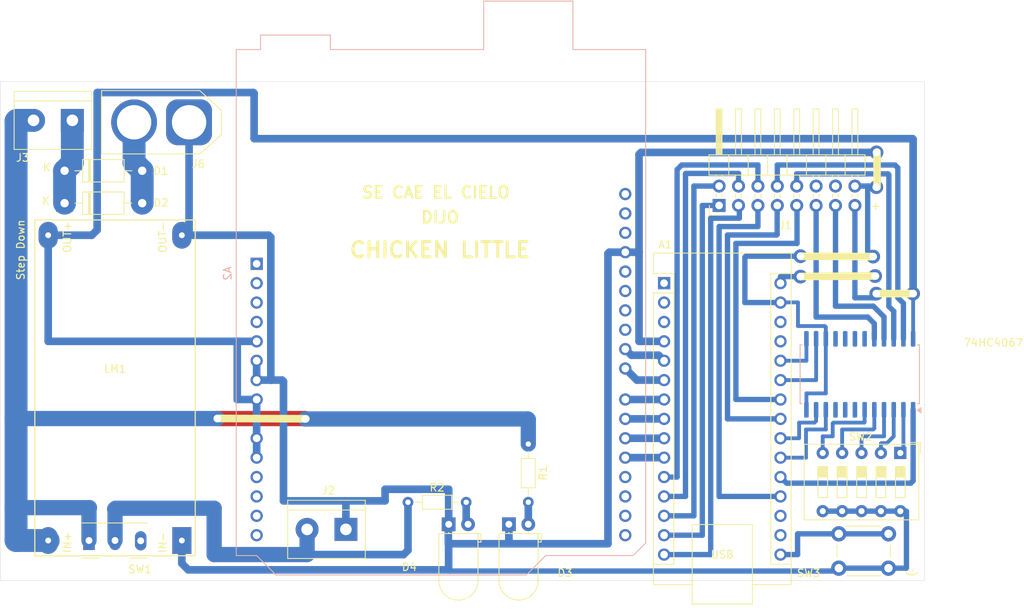
<source format=kicad_pcb>
(kicad_pcb (version 20240108) (generator "pcbnew") (generator_version "8.0")
  (layers (0 "F.Cu" signal) (31 "B.Cu" signal) (34 "B.Paste" user) (35 "F.Paste" user) (36 "B.SilkS" user "B.Silkscreen") (37 "F.SilkS" user "F.Silkscreen") (38 "B.Mask" user) (39 "F.Mask" user) (44 "Edge.Cuts" user))
  (net 0 "")
  (net 1 "AIN2 MONSTER SHIELD")
  (net 3 "ECHO 1")
  (net 5 "ECHO 3")
  (net 9 "ECHO 2")
  (net 10 "GND")
  (net 11 "TRIG 2")
  (net 13 "AIN1 MONSTER SHIELD")
  (net 14 "TRIG 3")
  (net 15 "BIN 2 MONSTER SHIELD")
  (net 16 "TRIG 1")
  (net 17 "BIN 1 MONSTER SHIELD")
  (net 18 "+5V")
  (net 19 "PWM A MONSTER SHIELD")
  (net 20 "PWM B MONSTER SHIELD")
  (net 40 "CNY 2")
  (net 41 "Net-(J2-Pin_2)")
  (net 42 "CNY 1")
  (net 43 "Net-(D1-K)")
  (net 44 "TRIG 4")
  (net 45 "ECHO 5")
  (net 46 "ECHO 4")
  (net 47 "TRIG 5")
  (net 48 "Net-(D3-A)")
  (net 49 "Net-(D4-A)")
  (net 52 "+24V")
  (net 53 "Multiplexor S2")
  (net 54 "Net-(D1-A)")
  (net 55 "Multiplexor S1")
  (net 56 "Multiplexor S3")
  (net 57 "Multiplexor S0")
  (net 58 "Multiplexor Com")
  (net 67 "DIP 3")
  (net 68 "DIP 4")
  (net 69 "DIP 2")
  (net 70 "DIP 5")
  (net 71 "DIP 1")
  (net 72 "Arranque")
  (footprint "Diode_THT:D_DO-41_SOD81_P10.16mm_Horizontal" (layer "F.Cu") (at 92.71 58.928)
    (property "Reference" "D1" (at 12.59 0.022 0) (layer "F.SilkS"))
    (property "Value" "1N4007")
    (fp_text user "K" (at -2.335 -0.453 0) (layer "F.SilkS"))
    (pad "1" thru_hole rect (at 0 0) (size 2.2 2.2) (drill 1.1) (layers "*.Cu" "*.Mask") (net 43 "Net-(D1-K)"))
    (pad "2" thru_hole oval (at 10.16 0) (size 2.2 2.2) (drill 1.1) (layers "*.Cu" "*.Mask") (net 54 "Net-(D1-A)"))
  )
  (footprint "Module:Arduino_Nano" (layer "F.Cu") (at 171.196 73.66)
    (property "Reference" "A1" (at 0.154 -5.08 0) (layer "F.SilkS"))
    (property "Value" "Arduino_Nano_v3.x")
    (fp_text user "USB" (at 7.62 35.56 0) (layer "F.SilkS"))
    (pad "1" thru_hole rect (at 0 0) (size 1.6 1.6) (drill 1) (layers "*.Cu" "*.Mask"))
    (pad "2" thru_hole oval (at 0 2.54) (size 1.6 1.6) (drill 1) (layers "*.Cu" "*.Mask"))
    (pad "3" thru_hole oval (at 0 5.08) (size 1.6 1.6) (drill 1) (layers "*.Cu" "*.Mask"))
    (pad "4" thru_hole oval (at 0 7.62) (size 1.6 1.6) (drill 1) (layers "*.Cu" "*.Mask") (net 10 "GND"))
    (pad "5" thru_hole oval (at 0 10.16) (size 1.6 1.6) (drill 1) (layers "*.Cu" "*.Mask") (net 15 "BIN 2 MONSTER SHIELD"))
    (pad "6" thru_hole oval (at 0 12.7) (size 1.6 1.6) (drill 1) (layers "*.Cu" "*.Mask") (net 1 "AIN2 MONSTER SHIELD"))
    (pad "7" thru_hole oval (at 0 15.24) (size 1.6 1.6) (drill 1) (layers "*.Cu" "*.Mask") (net 13 "AIN1 MONSTER SHIELD"))
    (pad "8" thru_hole oval (at 0 17.78) (size 1.6 1.6) (drill 1) (layers "*.Cu" "*.Mask") (net 20 "PWM B MONSTER SHIELD"))
    (pad "9" thru_hole oval (at 0 20.32) (size 1.6 1.6) (drill 1) (layers "*.Cu" "*.Mask") (net 19 "PWM A MONSTER SHIELD"))
    (pad "10" thru_hole oval (at 0 22.86) (size 1.6 1.6) (drill 1) (layers "*.Cu" "*.Mask") (net 17 "BIN 1 MONSTER SHIELD"))
    (pad "11" thru_hole oval (at 0 25.4) (size 1.6 1.6) (drill 1) (layers "*.Cu" "*.Mask") (net 47 "TRIG 5"))
    (pad "12" thru_hole oval (at 0 27.94) (size 1.6 1.6) (drill 1) (layers "*.Cu" "*.Mask") (net 14 "TRIG 3"))
    (pad "13" thru_hole oval (at 0 30.48) (size 1.6 1.6) (drill 1) (layers "*.Cu" "*.Mask") (net 11 "TRIG 2"))
    (pad "14" thru_hole oval (at 0 33.02) (size 1.6 1.6) (drill 1) (layers "*.Cu" "*.Mask") (net 3 "ECHO 1"))
    (pad "15" thru_hole oval (at 0 35.56) (size 1.6 1.6) (drill 1) (layers "*.Cu" "*.Mask") (net 9 "ECHO 2"))
    (pad "16" thru_hole oval (at 15.24 35.56) (size 1.6 1.6) (drill 1) (layers "*.Cu" "*.Mask") (net 72 "Arranque"))
    (pad "17" thru_hole oval (at 15.24 33.02) (size 1.6 1.6) (drill 1) (layers "*.Cu" "*.Mask"))
    (pad "18" thru_hole oval (at 15.24 30.48) (size 1.6 1.6) (drill 1) (layers "*.Cu" "*.Mask"))
    (pad "19" thru_hole oval (at 15.24 27.94) (size 1.6 1.6) (drill 1) (layers "*.Cu" "*.Mask") (net 5 "ECHO 3"))
    (pad "20" thru_hole oval (at 15.24 25.4) (size 1.6 1.6) (drill 1) (layers "*.Cu" "*.Mask") (net 58 "Multiplexor Com"))
    (pad "21" thru_hole oval (at 15.24 22.86) (size 1.6 1.6) (drill 1) (layers "*.Cu" "*.Mask") (net 57 "Multiplexor S0"))
    (pad "22" thru_hole oval (at 15.24 20.32) (size 1.6 1.6) (drill 1) (layers "*.Cu" "*.Mask") (net 55 "Multiplexor S1"))
    (pad "23" thru_hole oval (at 15.24 17.78) (size 1.6 1.6) (drill 1) (layers "*.Cu" "*.Mask") (net 46 "ECHO 4"))
    (pad "24" thru_hole oval (at 15.24 15.24) (size 1.6 1.6) (drill 1) (layers "*.Cu" "*.Mask") (net 45 "ECHO 5"))
    (pad "25" thru_hole oval (at 15.24 12.7) (size 1.6 1.6) (drill 1) (layers "*.Cu" "*.Mask") (net 53 "Multiplexor S2"))
    (pad "26" thru_hole oval (at 15.24 10.16) (size 1.6 1.6) (drill 1) (layers "*.Cu" "*.Mask") (net 56 "Multiplexor S3"))
    (pad "27" thru_hole oval (at 15.24 7.62) (size 1.6 1.6) (drill 1) (layers "*.Cu" "*.Mask"))
    (pad "28" thru_hole oval (at 15.24 5.08) (size 1.6 1.6) (drill 1) (layers "*.Cu" "*.Mask"))
    (pad "29" thru_hole oval (at 15.24 2.54) (size 1.6 1.6) (drill 1) (layers "*.Cu" "*.Mask") (net 10 "GND"))
    (pad "30" thru_hole oval (at 15.24 0) (size 1.6 1.6) (drill 1) (layers "*.Cu" "*.Mask") (net 18 "+5V"))
  )
  (footprint "TerminalBlock:TerminalBlock_bornier-2_P5.08mm" (layer "F.Cu") (at 129.54 105.918 180)
    (property "Reference" "J2" (at 2.29 5.093 0) (layer "F.SilkS"))
    (property "Value" "Power Monster")
    (pad "1" thru_hole rect (at 0 0 180) (size 3 3) (drill 1.52) (layers "*.Cu" "*.Mask") (net 10 "GND"))
    (pad "2" thru_hole circle (at 5.08 0 180) (size 3 3) (drill 1.52) (layers "*.Cu" "*.Mask") (net 41 "Net-(J2-Pin_2)"))
  )
  (footprint "Resistor_THT:R_Axial_DIN0204_L3.6mm_D1.6mm_P7.62mm_Horizontal" (layer "F.Cu") (at 153.421 94.737 -90)
    (property "Reference" "R1" (at 3.81 -1.92 90) (layer "F.SilkS"))
    (property "Value" "220")
    (pad "1" thru_hole circle (at 0 0 270) (size 1.4 1.4) (drill 0.7) (layers "*.Cu" "*.Mask") (net 52 "+24V"))
    (pad "2" thru_hole oval (at 7.62 0 270) (size 1.4 1.4) (drill 0.7) (layers "*.Cu" "*.Mask") (net 48 "Net-(D3-A)"))
  )
  (footprint "LED_THT:LED_D5.0mm_Horizontal_O1.27mm_Z3.0mm" (layer "F.Cu") (at 142.997 105.253)
    (property "Reference" "D4" (at -5.147 5.597 0) (layer "F.SilkS"))
    (property "Value" "LED")
    (pad "1" thru_hole rect (at 0 0) (size 1.8 1.8) (drill 0.9) (layers "*.Cu" "*.Mask") (net 10 "GND"))
    (pad "2" thru_hole circle (at 2.54 0) (size 1.8 1.8) (drill 0.9) (layers "*.Cu" "*.Mask") (net 49 "Net-(D4-A)"))
  )
  (footprint "Button_Switch_THT:SW_Slide_SPDT_Angled_CK_OS102011MA1Q" (layer "F.Cu") (at 97.314 107.376)
    (property "Reference" "SW1" (at 5.261 3.774 0) (layer "F.SilkS"))
    (property "Value" "On/Off Motores")
    (pad "1" thru_hole rect (at -1.41 0) (size 1.5 2.5) (drill 0.9) (layers "*.Cu" "*.Mask") (net 52 "+24V"))
    (pad "2" thru_hole oval (at 2 0) (size 1.5 2.5) (drill 0.9) (layers "*.Cu" "*.Mask") (net 41 "Net-(J2-Pin_2)"))
    (pad "3" thru_hole oval (at 5.36 0.04) (size 1.5 2.5) (drill 0.9) (layers "*.Cu" "*.Mask"))
  )
  (footprint "Diode_THT:D_DO-41_SOD81_P10.16mm_Horizontal" (layer "F.Cu") (at 92.71 63.178)
    (property "Reference" "D2" (at 12.615 -0.053 0) (layer "F.SilkS"))
    (property "Value" "1N4007")
    (fp_text user "K" (at -2.435 -0.278 0) (layer "F.SilkS"))
    (pad "1" thru_hole rect (at 0 0) (size 2.2 2.2) (drill 1.1) (layers "*.Cu" "*.Mask") (net 43 "Net-(D1-K)"))
    (pad "2" thru_hole oval (at 10.16 0) (size 2.2 2.2) (drill 1.1) (layers "*.Cu" "*.Mask") (net 54 "Net-(D1-A)"))
  )
  (footprint "TerminalBlock:TerminalBlock_bornier-2_P5.08mm" (layer "F.Cu") (at 93.726 52.324 180)
    (property "Reference" "J3" (at 6.501 -4.901 0) (layer "F.SilkS"))
    (property "Value" "On/Off General")
    (pad "1" thru_hole rect (at 0 0 180) (size 3 3) (drill 1.52) (layers "*.Cu" "*.Mask") (net 43 "Net-(D1-K)"))
    (pad "2" thru_hole circle (at 5.08 0 180) (size 3 3) (drill 1.52) (layers "*.Cu" "*.Mask") (net 52 "+24V"))
  )
  (footprint "Button_Switch_THT:SW_DIP_SPSTx05_Slide_9.78x14.88mm_W7.62mm_P2.54mm" (layer "F.Cu") (at 202.125 95.9075 -90)
    (property "Reference" "SW2" (at -2.1325 5.2 180) (layer "F.SilkS"))
    (property "Value" "SW_DIP_x05")
    (pad "1" thru_hole rect (at 0 0 270) (size 1.6 1.6) (drill 0.8) (layers "*.Cu" "*.Mask") (net 71 "DIP 1"))
    (pad "2" thru_hole oval (at 0 2.54 270) (size 1.6 1.6) (drill 0.8) (layers "*.Cu" "*.Mask") (net 69 "DIP 2"))
    (pad "3" thru_hole oval (at 0 5.08 270) (size 1.6 1.6) (drill 0.8) (layers "*.Cu" "*.Mask") (net 67 "DIP 3"))
    (pad "4" thru_hole oval (at 0 7.62 270) (size 1.6 1.6) (drill 0.8) (layers "*.Cu" "*.Mask") (net 68 "DIP 4"))
    (pad "5" thru_hole oval (at 0 10.16 270) (size 1.6 1.6) (drill 0.8) (layers "*.Cu" "*.Mask") (net 70 "DIP 5"))
    (pad "6" thru_hole oval (at 7.62 10.16 270) (size 1.6 1.6) (drill 0.8) (layers "*.Cu" "*.Mask") (net 10 "GND"))
    (pad "7" thru_hole oval (at 7.62 7.62 270) (size 1.6 1.6) (drill 0.8) (layers "*.Cu" "*.Mask") (net 10 "GND"))
    (pad "8" thru_hole oval (at 7.62 5.08 270) (size 1.6 1.6) (drill 0.8) (layers "*.Cu" "*.Mask") (net 10 "GND"))
    (pad "9" thru_hole oval (at 7.62 2.54 270) (size 1.6 1.6) (drill 0.8) (layers "*.Cu" "*.Mask") (net 10 "GND"))
    (pad "10" thru_hole oval (at 7.62 0 270) (size 1.6 1.6) (drill 0.8) (layers "*.Cu" "*.Mask") (net 10 "GND"))
  )
  (footprint "Connector_AMASS:AMASS_XT60-M_1x02_P7.20mm_Vertical" (layer "F.Cu") (at 109.01 52.578 180)
    (property "Reference" "J6" (at -1.215 -5.472 180) (layer "F.SilkS"))
    (property "Value" "Power Input 1")
    (pad "1" thru_hole roundrect (at 0 0 180) (size 6 6) (drill 4.5) (layers "*.Cu" "*.Mask") (net 10 "GND"))
    (pad "2" thru_hole circle (at 7.2 0 180) (size 6 6) (drill 4.5) (layers "*.Cu" "*.Mask") (net 54 "Net-(D1-A)"))
  )
  (footprint "LED_THT:LED_D5.0mm_Horizontal_O1.27mm_Z3.0mm" (layer "F.Cu") (at 150.876 105.248)
    (property "Reference" "D3" (at 7.349 6.377 0) (layer "F.SilkS"))
    (property "Value" "LED")
    (pad "1" thru_hole rect (at 0 0) (size 1.8 1.8) (drill 0.9) (layers "*.Cu" "*.Mask") (net 10 "GND"))
    (pad "2" thru_hole circle (at 2.54 0) (size 1.8 1.8) (drill 0.9) (layers "*.Cu" "*.Mask") (net 48 "Net-(D3-A)"))
  )
  (footprint "Button_Switch_THT:SW_PUSH_6mm" (layer "F.Cu") (at 194.075 106.5)
    (property "Reference" "SW3" (at -3.95 5.15 0) (layer "F.SilkS"))
    (property "Value" "SW_Push")
    (pad "1" thru_hole circle (at 0 0 90) (size 2 2) (drill 1.1) (layers "*.Cu" "*.Mask") (net 72 "Arranque"))
    (pad "1" thru_hole circle (at 6.5 0 90) (size 2 2) (drill 1.1) (layers "*.Cu" "*.Mask") (net 72 "Arranque"))
    (pad "2" thru_hole circle (at 0 4.5 90) (size 2 2) (drill 1.1) (layers "*.Cu" "*.Mask") (net 10 "GND"))
    (pad "2" thru_hole circle (at 6.5 4.5 90) (size 2 2) (drill 1.1) (layers "*.Cu" "*.Mask") (net 10 "GND"))
  )
  (footprint "Connector_PinHeader_2.54mm:PinHeader_2x08_P2.54mm_Horizontal" (layer "F.Cu") (at 178.4 63.475 90)
    (property "Reference" "J1" (at -2.6 8.675 180) (layer "F.SilkS"))
    (property "Value" "Conexion Sensores")
    (pad "1" thru_hole rect (at 0 0 90) (size 1.7 1.7) (drill 1) (layers "*.Cu" "*.Mask") (net 3 "ECHO 1"))
    (pad "2" thru_hole oval (at 2.54 0 90) (size 1.7 1.7) (drill 1) (layers "*.Cu" "*.Mask") (net 11 "TRIG 2"))
    (pad "3" thru_hole oval (at 0 2.54 90) (size 1.7 1.7) (drill 1) (layers "*.Cu" "*.Mask") (net 9 "ECHO 2"))
    (pad "4" thru_hole oval (at 2.54 2.54 90) (size 1.7 1.7) (drill 1) (layers "*.Cu" "*.Mask") (net 14 "TRIG 3"))
    (pad "5" thru_hole oval (at 0 5.08 90) (size 1.7 1.7) (drill 1) (layers "*.Cu" "*.Mask") (net 5 "ECHO 3"))
    (pad "6" thru_hole oval (at 2.54 5.08 90) (size 1.7 1.7) (drill 1) (layers "*.Cu" "*.Mask") (net 47 "TRIG 5"))
    (pad "7" thru_hole oval (at 0 7.62 90) (size 1.7 1.7) (drill 1) (layers "*.Cu" "*.Mask") (net 46 "ECHO 4"))
    (pad "8" thru_hole oval (at 2.54 7.62 90) (size 1.7 1.7) (drill 1) (layers "*.Cu" "*.Mask") (net 44 "TRIG 4"))
    (pad "9" thru_hole oval (at 0 10.16 90) (size 1.7 1.7) (drill 1) (layers "*.Cu" "*.Mask") (net 45 "ECHO 5"))
    (pad "10" thru_hole oval (at 2.54 10.16 90) (size 1.7 1.7) (drill 1) (layers "*.Cu" "*.Mask") (net 16 "TRIG 1"))
    (pad "11" thru_hole oval (at 0 12.7 90) (size 1.7 1.7) (drill 1) (layers "*.Cu" "*.Mask") (net 40 "CNY 2"))
    (pad "12" thru_hole oval (at 2.54 12.7 90) (size 1.7 1.7) (drill 1) (layers "*.Cu" "*.Mask"))
    (pad "13" thru_hole oval (at 0 15.24 90) (size 1.7 1.7) (drill 1) (layers "*.Cu" "*.Mask") (net 42 "CNY 1"))
    (pad "14" thru_hole oval (at 2.54 15.24 90) (size 1.7 1.7) (drill 1) (layers "*.Cu" "*.Mask"))
    (pad "15" thru_hole oval (at 0 17.78 90) (size 1.7 1.7) (drill 1) (layers "*.Cu" "*.Mask") (net 18 "+5V"))
    (pad "16" thru_hole oval (at 2.54 17.78 90) (size 1.7 1.7) (drill 1) (layers "*.Cu" "*.Mask") (net 10 "GND"))
  )
  (footprint "StepDown:StepDown" (layer "F.Cu") (at 99.314 87.376 180)
    (property "Reference" "LM1" (at 0 2.5 0) (layer "F.SilkS"))
    (property "Value" "LM2596_OK")
    (fp_text user "IN+" (at 6.25 -20.25 90) (layer "F.SilkS"))
    (fp_text user "OUT-" (at -6.25 19.75 90) (layer "F.SilkS"))
    (fp_text user "OUT+" (at 6.25 19.75 90) (layer "F.SilkS"))
    (fp_text user "IN-" (at -6.25 -20.25 90) (layer "F.SilkS"))
    (pad "1" thru_hole rect (at -8.75 -20 180) (size 2.5 3.5) (drill 0.762) (layers "*.Cu" "*.Mask") (net 10 "GND"))
    (pad "2" thru_hole oval (at 8.75 -20 180) (size 2.5 3.5) (drill 0.762) (layers "*.Cu" "*.Mask") (net 52 "+24V"))
    (pad "3" thru_hole oval (at -8.75 20 180) (size 2.5 3.5) (drill 0.762) (layers "*.Cu" "*.Mask") (net 10 "GND"))
    (pad "4" thru_hole oval (at 8.75 20 180) (size 2.5 3.5) (drill 0.762) (layers "*.Cu" "*.Mask") (net 18 "+5V"))
  )
  (footprint "Resistor_THT:R_Axial_DIN0204_L3.6mm_D1.6mm_P7.62mm_Horizontal" (layer "F.Cu") (at 137.668 102.362)
    (property "Reference" "R2" (at 3.81 -1.92 0) (layer "F.SilkS"))
    (property "Value" "220")
    (pad "1" thru_hole circle (at 0 0) (size 1.4 1.4) (drill 0.7) (layers "*.Cu" "*.Mask") (net 41 "Net-(J2-Pin_2)"))
    (pad "2" thru_hole oval (at 7.62 0) (size 1.4 1.4) (drill 0.7) (layers "*.Cu" "*.Mask") (net 49 "Net-(D4-A)"))
  )
  (footprint "Module:Arduino_UNO_R3" (layer "B.Cu") (at 117.856 71.12 -90)
    (property "Reference" "A2" (at 1.27 3.81 90) (layer "B.SilkS") (effects (justify mirror)))
    (property "Value" "MONSTER SHIELD")
    (pad "1" thru_hole rect (at 0 0 180) (size 1.6 1.6) (drill 1) (layers "*.Cu" "*.Mask"))
    (pad "2" thru_hole oval (at 2.54 0 180) (size 1.6 1.6) (drill 1) (layers "*.Cu" "*.Mask"))
    (pad "3" thru_hole oval (at 5.08 0 180) (size 1.6 1.6) (drill 1) (layers "*.Cu" "*.Mask"))
    (pad "4" thru_hole oval (at 7.62 0 180) (size 1.6 1.6) (drill 1) (layers "*.Cu" "*.Mask"))
    (pad "5" thru_hole oval (at 10.16 0 180) (size 1.6 1.6) (drill 1) (layers "*.Cu" "*.Mask") (net 18 "+5V"))
    (pad "6" thru_hole oval (at 12.7 0 180) (size 1.6 1.6) (drill 1) (layers "*.Cu" "*.Mask") (net 10 "GND"))
    (pad "7" thru_hole oval (at 15.24 0 180) (size 1.6 1.6) (drill 1) (layers "*.Cu" "*.Mask") (net 10 "GND"))
    (pad "8" thru_hole oval (at 17.78 0 180) (size 1.6 1.6) (drill 1) (layers "*.Cu" "*.Mask") (net 18 "+5V"))
    (pad "9" thru_hole oval (at 22.86 0 180) (size 1.6 1.6) (drill 1) (layers "*.Cu" "*.Mask") (net 18 "+5V"))
    (pad "10" thru_hole oval (at 25.4 0 180) (size 1.6 1.6) (drill 1) (layers "*.Cu" "*.Mask") (net 18 "+5V"))
    (pad "11" thru_hole oval (at 27.94 0 180) (size 1.6 1.6) (drill 1) (layers "*.Cu" "*.Mask"))
    (pad "12" thru_hole oval (at 30.48 0 180) (size 1.6 1.6) (drill 1) (layers "*.Cu" "*.Mask"))
    (pad "13" thru_hole oval (at 33.02 0 180) (size 1.6 1.6) (drill 1) (layers "*.Cu" "*.Mask"))
    (pad "14" thru_hole oval (at 35.56 0 180) (size 1.6 1.6) (drill 1) (layers "*.Cu" "*.Mask"))
    (pad "15" thru_hole oval (at 35.56 -48.26 180) (size 1.6 1.6) (drill 1) (layers "*.Cu" "*.Mask"))
    (pad "16" thru_hole oval (at 33.02 -48.26 180) (size 1.6 1.6) (drill 1) (layers "*.Cu" "*.Mask"))
    (pad "17" thru_hole oval (at 30.48 -48.26 180) (size 1.6 1.6) (drill 1) (layers "*.Cu" "*.Mask"))
    (pad "18" thru_hole oval (at 27.94 -48.26 180) (size 1.6 1.6) (drill 1) (layers "*.Cu" "*.Mask"))
    (pad "19" thru_hole oval (at 25.4 -48.26 180) (size 1.6 1.6) (drill 1) (layers "*.Cu" "*.Mask") (net 17 "BIN 1 MONSTER SHIELD"))
    (pad "20" thru_hole oval (at 22.86 -48.26 180) (size 1.6 1.6) (drill 1) (layers "*.Cu" "*.Mask") (net 19 "PWM A MONSTER SHIELD"))
    (pad "21" thru_hole oval (at 20.32 -48.26 180) (size 1.6 1.6) (drill 1) (layers "*.Cu" "*.Mask") (net 20 "PWM B MONSTER SHIELD"))
    (pad "22" thru_hole oval (at 17.78 -48.26 180) (size 1.6 1.6) (drill 1) (layers "*.Cu" "*.Mask") (net 13 "AIN1 MONSTER SHIELD"))
    (pad "23" thru_hole oval (at 13.72 -48.26 180) (size 1.6 1.6) (drill 1) (layers "*.Cu" "*.Mask") (net 1 "AIN2 MONSTER SHIELD"))
    (pad "24" thru_hole oval (at 11.18 -48.26 180) (size 1.6 1.6) (drill 1) (layers "*.Cu" "*.Mask") (net 15 "BIN 2 MONSTER SHIELD"))
    (pad "25" thru_hole oval (at 8.64 -48.26 180) (size 1.6 1.6) (drill 1) (layers "*.Cu" "*.Mask"))
    (pad "26" thru_hole oval (at 6.1 -48.26 180) (size 1.6 1.6) (drill 1) (layers "*.Cu" "*.Mask"))
    (pad "27" thru_hole oval (at 3.56 -48.26 180) (size 1.6 1.6) (drill 1) (layers "*.Cu" "*.Mask"))
    (pad "28" thru_hole oval (at 1.02 -48.26 180) (size 1.6 1.6) (drill 1) (layers "*.Cu" "*.Mask"))
    (pad "29" thru_hole oval (at -1.52 -48.26 180) (size 1.6 1.6) (drill 1) (layers "*.Cu" "*.Mask") (net 10 "GND"))
    (pad "30" thru_hole oval (at -4.06 -48.26 180) (size 1.6 1.6) (drill 1) (layers "*.Cu" "*.Mask"))
    (pad "31" thru_hole oval (at -6.6 -48.26 180) (size 1.6 1.6) (drill 1) (layers "*.Cu" "*.Mask"))
    (pad "32" thru_hole oval (at -9.14 -48.26 180) (size 1.6 1.6) (drill 1) (layers "*.Cu" "*.Mask"))
  )
  (footprint "Package_SO:SOIC-24W_7.5x15.4mm_P1.27mm" (layer "B.Cu") (at 196.815 85.6 90)
    (property "Reference" "U2" (hide yes))
    (property "Value" "CD74HC4067M")
    (pad "1" smd roundrect (at -4.65 6.985 90) (size 2.05 0.6) (layers "B.Cu" "B.Paste" "B.Mask") (net 58 "Multiplexor Com"))
    (pad "2" smd roundrect (at -4.65 5.715 90) (size 2.05 0.6) (layers "B.Cu" "B.Paste" "B.Mask") (net 71 "DIP 1"))
    (pad "3" smd roundrect (at -4.65 4.445 90) (size 2.05 0.6) (layers "B.Cu" "B.Paste" "B.Mask") (net 69 "DIP 2"))
    (pad "4" smd roundrect (at -4.65 3.175 90) (size 2.05 0.6) (layers "B.Cu" "B.Paste" "B.Mask") (net 67 "DIP 3"))
    (pad "5" smd roundrect (at -4.65 1.905 90) (size 2.05 0.6) (layers "B.Cu" "B.Paste" "B.Mask") (net 68 "DIP 4"))
    (pad "6" smd roundrect (at -4.65 0.635 90) (size 2.05 0.6) (layers "B.Cu" "B.Paste" "B.Mask") (net 70 "DIP 5"))
    (pad "7" smd roundrect (at -4.65 -0.635 90) (size 2.05 0.6) (layers "B.Cu" "B.Paste" "B.Mask"))
    (pad "8" smd roundrect (at -4.65 -1.905 90) (size 2.05 0.6) (layers "B.Cu" "B.Paste" "B.Mask"))
    (pad "9" smd roundrect (at -4.65 -3.175 90) (size 2.05 0.6) (layers "B.Cu" "B.Paste" "B.Mask"))
    (pad "10" smd roundrect (at -4.65 -4.445 90) (size 2.05 0.6) (layers "B.Cu" "B.Paste" "B.Mask") (net 57 "Multiplexor S0"))
    (pad "11" smd roundrect (at -4.65 -5.715 90) (size 2.05 0.6) (layers "B.Cu" "B.Paste" "B.Mask") (net 55 "Multiplexor S1"))
    (pad "12" smd roundrect (at -4.65 -6.985 90) (size 2.05 0.6) (layers "B.Cu" "B.Paste" "B.Mask") (net 10 "GND"))
    (pad "13" smd roundrect (at 4.65 -6.985 90) (size 2.05 0.6) (layers "B.Cu" "B.Paste" "B.Mask") (net 56 "Multiplexor S3"))
    (pad "14" smd roundrect (at 4.65 -5.715 90) (size 2.05 0.6) (layers "B.Cu" "B.Paste" "B.Mask") (net 53 "Multiplexor S2"))
    (pad "15" smd roundrect (at 4.65 -4.445 90) (size 2.05 0.6) (layers "B.Cu" "B.Paste" "B.Mask") (net 10 "GND"))
    (pad "16" smd roundrect (at 4.65 -3.175 90) (size 2.05 0.6) (layers "B.Cu" "B.Paste" "B.Mask"))
    (pad "17" smd roundrect (at 4.65 -1.905 90) (size 2.05 0.6) (layers "B.Cu" "B.Paste" "B.Mask"))
    (pad "18" smd roundrect (at 4.65 -0.635 90) (size 2.05 0.6) (layers "B.Cu" "B.Paste" "B.Mask"))
    (pad "19" smd roundrect (at 4.65 0.635 90) (size 2.05 0.6) (layers "B.Cu" "B.Paste" "B.Mask"))
    (pad "20" smd roundrect (at 4.65 1.905 90) (size 2.05 0.6) (layers "B.Cu" "B.Paste" "B.Mask") (net 40 "CNY 2"))
    (pad "21" smd roundrect (at 4.65 3.175 90) (size 2.05 0.6) (layers "B.Cu" "B.Paste" "B.Mask") (net 42 "CNY 1"))
    (pad "22" smd roundrect (at 4.65 4.445 90) (size 2.05 0.6) (layers "B.Cu" "B.Paste" "B.Mask") (net 16 "TRIG 1"))
    (pad "23" smd roundrect (at 4.65 5.715 90) (size 2.05 0.6) (layers "B.Cu" "B.Paste" "B.Mask") (net 44 "TRIG 4"))
    (pad "24" smd roundrect (at 4.65 6.985 90) (size 2.05 0.6) (layers "B.Cu" "B.Paste" "B.Mask") (net 18 "+5V"))
  )
  (gr_line (start 199.06875 56.471875) (end 199.08125 61.078125) (stroke (width 1)) (layer "F.SilkS"))
  (gr_line (start 198.996875 75.03125) (end 203.8 75.025) (stroke (width 1)) (layer "F.SilkS"))
  (gr_line (start 189.046875 72.78125) (end 198.875 72.725) (stroke (width 1)) (layer "F.SilkS"))
  (gr_line (start 189.096875 70.13125) (end 198.525 70.175) (stroke (width 1)) (layer "F.SilkS"))
  (gr_line (start 112.721875 91.38125) (end 124.3 91.425) (stroke (width 1)) (layer "F.SilkS"))
  (gr_rect (start 84.28 47.236) (end 205.28 112.623) (stroke (width 0.05)) (fill none) (layer "Edge.Cuts"))
  (gr_text "CHICKEN LITTLE" (at 129.824094 70.475 0) (layer "F.SilkS") (effects (font (size 2 2) (thickness 0.4) (bold yes)) (justify left bottom)))
  (gr_text "Step Down" (at 87.55 73.35 90) (layer "F.SilkS") (effects (font (size 1 1)) (justify left bottom)))
  (gr_text "DIJO" (at 139.221714 65.9 0) (layer "F.SilkS") (effects (font (size 1.5 1.5) (thickness 0.3) (bold yes)) (justify left bottom)))
  (gr_text ":)\n" (at 203.125 110.875 -90) (layer "F.SilkS") (effects (font (size 1 1)) (justify left bottom)))
  (gr_text "+\n" (at 198.175 64.1 0) (layer "F.SilkS") (effects (font (size 1 1)) (justify left bottom)))
  (gr_text "74HC4067" (at 210.312 82.042 0) (layer "F.SilkS") (effects (font (size 1 1)) (justify left bottom)))
  (gr_text "SE CAE EL CIELO " (at 131.471714 62.65 0) (layer "F.SilkS") (effects (font (size 1.5 1.5) (thickness 0.3) (bold yes)) (justify left bottom)))
  (segment (start 167.636 86.36) (end 171.196 86.36) (width 1) (layer "B.Cu") (net 1))
  (segment (start 166.116 84.84) (end 167.636 86.36) (width 1) (layer "B.Cu") (net 1))
  (segment (start 171.196 106.68) (end 176.2 106.68) (width 0.7) (layer "B.Cu") (net 3))
  (segment (start 176.2 106.68) (end 176.2 63.475) (width 0.7) (layer "B.Cu") (net 3))
  (segment (start 176.2 63.475) (end 178.4 63.475) (width 0.7) (layer "B.Cu") (net 3))
  (segment (start 183.48 63.475) (end 183.48 66.245) (width 0.7) (layer "B.Cu") (net 5))
  (segment (start 183.48 66.245) (end 178.4 66.245) (width 0.7) (layer "B.Cu") (net 5))
  (segment (start 178.4 66.245) (end 178.4 101.6) (width 0.7) (layer "B.Cu") (net 5))
  (segment (start 178.4 101.6) (end 186.436 101.6) (width 0.7) (layer "B.Cu") (net 5))
  (segment (start 180.94 63.475) (end 181.05 63.585) (width 0.7) (layer "B.Cu") (net 9))
  (segment (start 177.3 109.22) (end 171.196 109.22) (width 0.7) (layer "B.Cu") (net 9))
  (segment (start 181.05 65.145) (end 177.3 65.145) (width 0.7) (layer "B.Cu") (net 9))
  (segment (start 177.3 65.145) (end 177.3 109.22) (width 0.7) (layer "B.Cu") (net 9))
  (segment (start 181.05 63.585) (end 181.05 65.145) (width 0.7) (layer "B.Cu") (net 9))
  (segment (start 189.1 70.175) (end 189.05 70.125) (width 0.7) (layer "F.Cu") (net 10))
  (segment (start 198.975 61.075) (end 198.975 56.55) (width 0.7) (layer "F.Cu") (net 10))
  (segment (start 198.575 70.175) (end 189.1 70.175) (width 0.7) (layer "F.Cu") (net 10))
  (segment (start 198.975 56.55) (end 199 56.525) (width 0.7) (layer "F.Cu") (net 10))
  (via (at 199 56.525) (size 1.8) (drill 1) (layers "F.Cu" "B.Cu") (net 10))
  (via (at 198.575 70.175) (size 1.8) (drill 1) (layers "F.Cu" "B.Cu") (net 10))
  (via (at 198.975 61.075) (size 1.8) (drill 1) (layers "F.Cu" "B.Cu") (net 10))
  (via (at 189.05 70.125) (size 1.8) (drill 1) (layers "F.Cu" "B.Cu") (net 10))
  (segment (start 202.924999 103.550001) (end 202.924999 111) (width 0.7) (layer "B.Cu") (net 10))
  (segment (start 142.95 107.76) (end 142.99 107.8) (width 1) (layer "B.Cu") (net 10))
  (segment (start 181.775 70.25) (end 181.775 76.2) (width 0.7) (layer "B.Cu") (net 10))
  (segment (start 197.76 60.935) (end 197.85 61.025) (width 0.7) (layer "B.Cu") (net 10))
  (segment (start 150.876 107.694) (end 150.982 107.8) (width 1) (layer "B.Cu") (net 10))
  (segment (start 192.37 88.1) (end 189.83 88.1) (width 0.5) (layer "B.Cu") (net 10))
  (segment (start 164.025 69.6) (end 166.116 69.6) (width 1) (layer "B.Cu") (net 10))
  (segment (start 109.01 52.578) (end 109.01 67.376) (width 1) (layer "B.Cu") (net 10))
  (segment (start 189.05 70.125) (end 181.9 70.125) (width 0.7) (layer "B.Cu") (net 10))
  (segment (start 119.71 67.65) (end 119.71 86.29) (width 1) (layer "B.Cu") (net 10))
  (segment (start 202.924999 111) (end 200.575 111) (width 0.7) (layer "B.Cu") (net 10))
  (segment (start 197.85 61.025) (end 197.85 69.45) (width 0.7) (layer "B.Cu") (net 10))
  (segment (start 119.71 86.29) (end 119.78 86.36) (width 1) (layer "B.Cu") (net 10))
  (segment (start 150.982 107.8) (end 163.85 107.8) (width 1) (layer "B.Cu") (net 10))
  (segment (start 121.19 86.36) (end 121.37 86.54) (width 1) (layer "B.Cu") (net 10))
  (segment (start 121.37 102.18) (end 129.54 102.18) (width 1) (layer "B.Cu") (net 10))
  (segment (start 168.175 56.525) (end 199 56.525) (width 1) (layer "B.Cu") (net 10))
  (segment (start 200.575 111) (end 194.075 111) (width 0.7) (layer "B.Cu") (net 10))
  (segment (start 188.725 76.175) (end 188.725 79.275) (width 0.5) (layer "B.Cu") (net 10))
  (segment (start 197.85 69.45) (end 198.575 70.175) (width 0.7) (layer "B.Cu") (net 10))
  (segment (start 142.997 105.253) (end 142.95 105.3) (width 1) (layer "B.Cu") (net 10))
  (segment (start 119.78 86.36) (end 121.19 86.36) (width 1) (layer "B.Cu") (net 10))
  (segment (start 142.99 107.8) (end 143.55 107.8) (width 1) (layer "B.Cu") (net 10))
  (segment (start 194.075 111) (end 193.7 111.375) (width 0.7) (layer "B.Cu") (net 10))
  (segment (start 167.916 69.584) (end 167.9 69.6) (width 1) (layer "B.Cu") (net 10))
  (segment (start 108.064 110.384) (end 108.9 111.22) (width 1) (layer "B.Cu") (net 10))
  (segment (start 198.835 60.935) (end 198.975 61.075) (width 0.7) (layer "B.Cu") (net 10))
  (segment (start 188.725 79.275) (end 192.225 79.275) (width 0.5) (layer "B.Cu") (net 10))
  (segment (start 108.064 67.376) (end 119.436 67.376) (width 1) (layer "B.Cu") (net 10))
  (segment (start 167.916 81.28) (end 167.916 70.125) (width 1) (layer "B.Cu") (net 10))
  (segment (start 121.37 86.54) (end 121.37 102.18) (width 1) (layer "B.Cu") (net 10))
  (segment (start 117.856 86.36) (end 119.78 86.36) (width 1) (layer "B.Cu") (net 10))
  (segment (start 109.01 67.376) (end 108.064 67.376) (width 1) (layer "B.Cu") (net 10))
  (segment (start 150.876 107.694) (end 150.876 107.175) (width 1) (layer "B.Cu") (net 10))
  (segment (start 150.77 107.8) (end 150.876 107.694) (width 1) (layer "B.Cu") (net 10))
  (segment (start 142.95 105.3) (end 142.95 107.76) (width 1) (layer "B.Cu") (net 10))
  (segment (start 189.83 88.1) (end 189.83 90.25) (width 0.5) (layer "B.Cu") (net 10))
  (segment (start 192.225 79.275) (end 192.37 79.42) (width 0.5) (layer "B.Cu") (net 10))
  (segment (start 181.9 70.125) (end 181.775 70.25) (width 0.7) (layer "B.Cu") (net 10))
  (segment (start 163.85 69.775) (end 164.025 69.6) (width 1) (layer "B.Cu") (net 10))
  (segment (start 150.876 107.175) (end 150.876 105.248) (width 1) (layer "B.Cu") (net 10))
  (segment (start 143.145 111.375) (end 142.99 111.22) (width 0.7) (layer "B.Cu") (net 10))
  (segment (start 129.54 102.18) (end 129.54 105.918) (width 1) (layer "B.Cu") (net 10))
  (segment (start 167.916 69.584) (end 167.916 56.784) (width 1) (layer "B.Cu") (net 10))
  (segment (start 167.916 56.784) (end 168.175 56.525) (width 1) (layer "B.Cu") (net 10))
  (segment (start 108.064 107.376) (end 108.064 110.384) (width 1) (layer "B.Cu") (net 10))
  (segment (start 186.436 76.2) (end 186.461 76.175) (width 0.5) (layer "B.Cu") (net 10))
  (segment (start 186.461 76.175) (end 188.725 76.175) (width 0.5) (layer "B.Cu") (net 10))
  (segment (start 142.997 105.253) (end 142.997 100.662) (width 1) (layer "B.Cu") (net 10))
  (segment (start 163.85 107.8) (end 163.85 69.775) (width 1) (layer "B.Cu") (net 10))
  (segment (start 202.902498 103.5275) (end 202.924999 103.550001) (width 0.7) (layer "B.Cu") (net 10))
  (segment (start 134.67 102.18) (end 129.54 102.18) (width 1) (layer "B.Cu") (net 10))
  (segment (start 142.997 100.662) (end 134.67 100.662) (width 1) (layer "B.Cu") (net 10))
  (segment (start 117.850415 86.36) (end 117.856 86.36) (width 1) (layer "B.Cu") (net 10))
  (segment (start 192.37 79.42) (end 192.37 80.95) (width 0.5) (layer "B.Cu") (net 10))
  (segment (start 181.775 76.2) (end 186.436 76.2) (width 0.7) (layer "B.Cu") (net 10))
  (segment (start 202.125 103.5275) (end 202.902498 103.5275) (width 0.7) (layer "B.Cu") (net 10))
  (segment (start 171.196 81.28) (end 167.916 81.28) (width 1) (layer "B.Cu") (net 10))
  (segment (start 167.916 70.125) (end 167.916 69.584) (width 1) (layer "B.Cu") (net 10))
  (segment (start 117.856 86.36) (end 117.856 83.82) (width 1) (layer "B.Cu") (net 10))
  (segment (start 142.99 107.8) (end 150.77 107.8) (width 1) (layer "B.Cu") (net 10))
  (segment (start 191.965 103.5275) (end 202.125 103.5275) (width 0.7) (layer "B.Cu") (net 10))
  (segment (start 197.76 60.935) (end 198.835 60.935) (width 0.7) (layer "B.Cu") (net 10))
  (segment (start 134.67 100.662) (end 134.67 102.18) (width 1) (layer "B.Cu") (net 10))
  (segment (start 192.37 80.95) (end 192.37 88.1) (width 0.5) (layer "B.Cu") (net 10))
  (segment (start 119.436 67.376) (end 119.71 67.65) (width 1) (layer "B.Cu") (net 10))
  (segment (start 167.9 69.6) (end 166.116 69.6) (width 1) (layer "B.Cu") (net 10))
  (segment (start 108.9 111.22) (end 142.99 111.22) (width 1) (layer "B.Cu") (net 10))
  (segment (start 142.99 111.22) (end 142.99 107.8) (width 1) (layer "B.Cu") (net 10))
  (segment (start 193.7 111.375) (end 143.145 111.375) (width 0.7) (layer "B.Cu") (net 10))
  (segment (start 196.18 60.935) (end 197.76 60.935) (width 0.7) (layer "B.Cu") (net 10))
  (segment (start 171.196 104.14) (end 175.1 104.14) (width 0.7) (layer "B.Cu") (net 11))
  (segment (start 175.1 60.935) (end 178.4 60.935) (width 0.7) (layer "B.Cu") (net 11))
  (segment (start 175.1 104.14) (end 175.1 60.935) (width 0.7) (layer "B.Cu") (net 11))
  (segment (start 166.116 88.9) (end 171.196 88.9) (width 1) (layer "B.Cu") (net 13))
  (segment (start 174 101.6) (end 171.196 101.6) (width 0.7) (layer "B.Cu") (net 14))
  (segment (start 174 59.325) (end 174 101.6) (width 0.7) (layer "B.Cu") (net 14))
  (segment (start 180.94 59.275) (end 174.05 59.275) (width 0.7) (layer "B.Cu") (net 14))
  (segment (start 180.94 60.935) (end 180.94 59.275) (width 0.7) (layer "B.Cu") (net 14))
  (segment (start 174.05 59.275) (end 174 59.325) (width 0.7) (layer "B.Cu") (net 14))
  (segment (start 166.116 82.3) (end 166.915999 83.099999) (width 1) (layer "B.Cu") (net 15))
  (segment (start 166.915999 83.099999) (end 170.475999 83.099999) (width 1) (layer "B.Cu") (net 15))
  (segment (start 170.475999 83.099999) (end 171.196 83.82) (width 1) (layer "B.Cu") (net 15))
  (segment (start 200.625 76.704634) (end 201.26 77.339634) (width 0.7) (layer "B.Cu") (net 16))
  (segment (start 188.56 59.335) (end 200.51 59.335) (width 0.7) (layer "B.Cu") (net 16))
  (segment (start 188.56 60.935) (end 188.56 59.335) (width 0.7) (layer "B.Cu") (net 16))
  (segment (start 201.26 77.339634) (end 201.26 80.95) (width 0.7) (layer "B.Cu") (net 16))
  (segment (start 200.625 59.45) (end 200.625 76.704634) (width 0.7) (layer "B.Cu") (net 16))
  (segment (start 200.51 59.335) (end 200.625 59.45) (width 0.7) (layer "B.Cu") (net 16))
  (segment (start 171.196 96.52) (end 166.116 96.52) (width 1) (layer "B.Cu") (net 17))
  (segment (start 189.05 72.8) (end 189.125 72.725) (width 0.7) (layer "F.Cu") (net 18))
  (segment (start 203.8 75.025) (end 198.975 75.025) (width 0.5) (layer "F.Cu") (net 18))
  (segment (start 189.125 72.725) (end 198.825 72.725) (width 0.7) (layer "F.Cu") (net 18))
  (via (at 198.825 72.725) (size 1.8) (drill 1) (layers "F.Cu" "B.Cu") (net 18))
  (via (at 189.05 72.8) (size 1.8) (drill 1) (layers "F.Cu" "B.Cu") (net 18))
  (via (at 203.8 75.025) (size 1.8) (drill 1) (layers "F.Cu" "B.Cu") (net 18))
  (via (at 198.975 75.025) (size 1.8) (drill 1) (layers "F.Cu" "B.Cu") (net 18))
  (segment (start 196.18 72.75) (end 196.18 63.475) (width 0.7) (layer "B.Cu") (net 18))
  (segment (start 96.274 67.376) (end 96.975 66.675) (width 1) (layer "B.Cu") (net 18))
  (segment (start 196.18 75.575) (end 196.18 72.75) (width 0.7) (layer "B.Cu") (net 18))
  (segment (start 186.436 72.8) (end 186.436 73.66) (width 0.7) (layer "B.Cu") (net 18))
  (segment (start 90.564 81.28) (end 115.316 81.28) (width 1) (layer "B.Cu") (net 18))
  (segment (start 90.564 67.376) (end 96.274 67.376) (width 1) (layer "B.Cu") (net 18))
  (segment (start 117.558382 54.725) (end 203.725 54.725) (width 1) (layer "B.Cu") (net 18))
  (segment (start 96.975 48.706) (end 97.003 48.678) (width 1) (layer "B.Cu") (net 18))
  (segment (start 196.18 72.75) (end 198.8 72.75) (width 0.7) (layer "B.Cu") (net 18))
  (segment (start 90.564 67.376) (end 90.025 66.837) (width 1) (layer "B.Cu") (net 18))
  (segment (start 90.564 67.376) (end 90.564 81.28) (width 1) (layer "B.Cu") (net 18))
  (segment (start 117.525 54.691618) (end 117.558382 54.725) (width 1) (layer "B.Cu") (net 18))
  (segment (start 203.8 54.8) (end 203.8 75.025) (width 1) (layer "B.Cu") (net 18))
  (segment (start 115.316 88.9) (end 117.856 88.9) (width 1) (layer "B.Cu") (net 18))
  (segment (start 96.975 66.675) (end 96.975 48.706) (width 1) (layer "B.Cu") (net 18))
  (segment (start 117.525 48.775) (end 117.525 54.691618) (width 1) (layer "B.Cu") (net 18))
  (segment (start 97.003 48.678) (end 117.428 48.678) (width 1) (layer "B.Cu") (net 18))
  (segment (start 117.856 88.9) (end 117.856 93.98) (width 1) (layer "B.Cu") (net 18))
  (segment (start 203.725 54.725) (end 203.8 54.8) (width 1) (layer "B.Cu") (net 18))
  (segment (start 203.8 75.025) (end 203.8 80.95) (width 0.5) (layer "B.Cu") (net 18))
  (segment (start 117.428 48.678) (end 117.525 48.775) (width 1) (layer "B.Cu") (net 18))
  (segment (start 115.316 81.28) (end 115.316 88.9) (width 1) (layer "B.Cu") (net 18))
  (segment (start 198.775 75.575) (end 196.18 75.575) (width 0.7) (layer "B.Cu") (net 18))
  (segment (start 198.8 72.75) (end 198.825 72.725) (width 0.7) (layer "B.Cu") (net 18))
  (segment (start 198.975 75.025) (end 198.775 75.225) (width 0.7) (layer "B.Cu") (net 18))
  (segment (start 198.775 75.225) (end 198.775 75.575) (width 0.7) (layer "B.Cu") (net 18))
  (segment (start 189.05 72.8) (end 186.436 72.8) (width 0.7) (layer "B.Cu") (net 18))
  (segment (start 115.316 81.28) (end 117.856 81.28) (width 1) (layer "B.Cu") (net 18))
  (segment (start 117.856 96.52) (end 117.856 93.98) (width 1) (layer "B.Cu") (net 18))
  (segment (start 166.116 93.98) (end 171.196 93.98) (width 1) (layer "B.Cu") (net 19))
  (segment (start 166.116 91.44) (end 171.196 91.44) (width 1) (layer "B.Cu") (net 20))
  (segment (start 198.72 80.95) (end 198.72 78.959) (width 0.7) (layer "B.Cu") (net 40))
  (segment (start 198.72 78.959) (end 197.861 78.1) (width 0.7) (layer "B.Cu") (net 40))
  (segment (start 197.861 78.1) (end 191.1 78.1) (width 0.7) (layer "B.Cu") (net 40))
  (segment (start 191.1 78.1) (end 191.1 63.475) (width 0.7) (layer "B.Cu") (net 40))
  (segment (start 124.46 109.22) (end 124.46 105.918) (width 2) (layer "B.Cu") (net 41))
  (segment (start 137.668 102.362) (end 137.668 108.642) (width 1) (layer "B.Cu") (net 41))
  (segment (start 99.314 107.376) (end 99.314 103.314) (width 2) (layer "B.Cu") (net 41))
  (segment (start 137.09 109.22) (end 124.46 109.22) (width 1) (layer "B.Cu") (net 41))
  (segment (start 99.39 103.15) (end 112.29 103.15) (width 2) (layer "B.Cu") (net 41))
  (segment (start 112.29 103.15) (end 112.29 109.22) (width 2) (layer "B.Cu") (net 41))
  (segment (start 99.27 103.27) (end 99.39 103.15) (width 2) (layer "B.Cu") (net 41))
  (segment (start 112.29 109.22) (end 124.46 109.22) (width 2) (layer "B.Cu") (net 41))
  (segment (start 99.314 103.314) (end 99.27 103.27) (width 2) (layer "B.Cu") (net 41))
  (segment (start 137.668 108.642) (end 137.09 109.22) (width 1) (layer "B.Cu") (net 41))
  (segment (start 198.595 76.675) (end 199.99 78.07) (width 0.7) (layer "B.Cu") (net 42))
  (segment (start 193.64 76.675) (end 198.595 76.675) (width 0.7) (layer "B.Cu") (net 42))
  (segment (start 199.99 78.07) (end 199.99 80.95) (width 0.7) (layer "B.Cu") (net 42))
  (segment (start 193.64 63.475) (end 193.64 76.675) (width 0.7) (layer "B.Cu") (net 42))
  (segment (start 93.726 52.324) (end 93.726 57.912) (width 3) (layer "B.Cu") (net 43))
  (segment (start 92.71 63.178) (end 92.71 58.928) (width 3) (layer "B.Cu") (net 43))
  (segment (start 93.726 57.912) (end 92.71 58.928) (width 3) (layer "B.Cu") (net 43))
  (segment (start 202.53 76.292) (end 201.8 75.562) (width 0.7) (layer "B.Cu") (net 44))
  (segment (start 201.8 75.562) (end 201.8 58.55) (width 0.7) (layer "B.Cu") (net 44))
  (segment (start 201.8 58.55) (end 201.425 58.175) (width 0.7) (layer "B.Cu") (net 44))
  (segment (start 202.53 80.95) (end 202.53 76.292) (width 0.7) (layer "B.Cu") (net 44))
  (segment (start 186.02 58.175) (end 186.02 60.935) (width 0.7) (layer "B.Cu") (net 44))
  (segment (start 201.425 58.175) (end 186.02 58.175) (width 0.7) (layer "B.Cu") (net 44))
  (segment (start 188.56 63.475) (end 188.6 63.515) (width 0.7) (layer "B.Cu") (net 45))
  (segment (start 180.6 88.9) (end 186.436 88.9) (width 0.7) (layer "B.Cu") (net 45))
  (segment (start 180.6 68.445) (end 180.6 88.9) (width 0.7) (layer "B.Cu") (net 45))
  (segment (start 188.6 68.445) (end 180.6 68.445) (width 0.7) (layer "B.Cu") (net 45))
  (segment (start 188.6 63.515) (end 188.6 68.445) (width 0.7) (layer "B.Cu") (net 45))
  (segment (start 186.02 63.475) (end 186 63.495) (width 0.7) (layer "B.Cu") (net 46))
  (segment (start 179.5 91.44) (end 186.436 91.44) (width 0.7) (layer "B.Cu") (net 46))
  (segment (start 179.5 67.345) (end 179.5 91.44) (width 0.7) (layer "B.Cu") (net 46))
  (segment (start 186 67.275) (end 185.93 67.345) (width 0.7) (layer "B.Cu") (net 46))
  (segment (start 186 63.495) (end 186 67.275) (width 0.7) (layer "B.Cu") (net 46))
  (segment (start 185.93 67.345) (end 179.5 67.345) (width 0.7) (layer "B.Cu") (net 46))
  (segment (start 171.196 99.06) (end 172.9 99.06) (width 0.7) (layer "B.Cu") (net 47))
  (segment (start 172.9 99.06) (end 172.9 58.775) (width 0.7) (layer "B.Cu") (net 47))
  (segment (start 173.5 58.175) (end 183.48 58.175) (width 0.7) (layer "B.Cu") (net 47))
  (segment (start 183.48 58.175) (end 183.48 60.935) (width 0.7) (layer "B.Cu") (net 47))
  (segment (start 172.9 58.775) (end 173.5 58.175) (width 0.7) (layer "B.Cu") (net 47))
  (segment (start 153.421 105.243) (end 153.416 105.248) (width 1) (layer "B.Cu") (net 48))
  (segment (start 153.421 102.357) (end 153.421 105.243) (width 1) (layer "B.Cu") (net 48))
  (segment (start 145.288 102.362) (end 145.288 105.004) (width 1) (layer "B.Cu") (net 49))
  (segment (start 145.288 105.004) (end 145.537 105.253) (width 1) (layer "B.Cu") (net 49))
  (segment (start 112.7 91.4) (end 124.175 91.4) (width 2) (layer "F.Cu") (net 52))
  (segment (start 124.175 91.4) (end 124.225 91.45) (width 2) (layer "F.Cu") (net 52))
  (via (at 112.7 91.4) (size 1.8) (drill 1) (layers "F.Cu" "B.Cu") (net 52))
  (via (at 124.225 91.45) (size 1.8) (drill 1) (layers "F.Cu" "B.Cu") (net 52))
  (segment (start 86.36 91.45) (end 86.36 103.172) (width 3) (layer "B.Cu") (net 52))
  (segment (start 88.646 52.324) (end 86.446 52.324) (width 3) (layer "B.Cu") (net 52))
  (segment (start 153.421 91.521) (end 153.421 94.737) (width 2) (layer "B.Cu") (net 52))
  (segment (start 86.36 52.41) (end 86.36 91.45) (width 3) (layer "B.Cu") (net 52))
  (segment (start 112.7 91.4) (end 86.41 91.4) (width 2) (layer "B.Cu") (net 52))
  (segment (start 86.36 103.172) (end 86.36 107.376) (width 3) (layer "B.Cu") (net 52))
  (segment (start 86.41 91.4) (end 86.36 91.45) (width 2) (layer "B.Cu") (net 52))
  (segment (start 95.904 107.376) (end 95.904 103.126) (width 2) (layer "B.Cu") (net 52))
  (segment (start 86.36 107.376) (end 90.564 107.376) (width 3) (layer "B.Cu") (net 52))
  (segment (start 86.462 103.07) (end 86.36 103.172) (width 2) (layer "B.Cu") (net 52))
  (segment (start 95.904 103.126) (end 95.96 103.07) (width 2) (layer "B.Cu") (net 52))
  (segment (start 86.446 52.324) (end 86.36 52.41) (width 3) (layer "B.Cu") (net 52))
  (segment (start 153.35 91.45) (end 153.421 91.521) (width 2) (layer "B.Cu") (net 52))
  (segment (start 124.225 91.45) (end 153.35 91.45) (width 2) (layer "B.Cu") (net 52))
  (segment (start 95.96 103.07) (end 86.462 103.07) (width 2) (layer "B.Cu") (net 52))
  (segment (start 186.436 86.36) (end 191.1 86.36) (width 0.5) (layer "B.Cu") (net 53))
  (segment (start 191.1 86.36) (end 191.1 80.95) (width 0.5) (layer "B.Cu") (net 53))
  (segment (start 102.87 63.178) (end 102.87 58.928) (width 3) (layer "B.Cu") (net 54))
  (segment (start 101.81 57.868) (end 102.87 58.928) (width 3) (layer "B.Cu") (net 54))
  (segment (start 101.81 52.578) (end 101.81 57.868) (width 3) (layer "B.Cu") (net 54))
  (segment (start 190.889578 91.925) (end 191.1 91.714578) (width 0.5) (layer "B.Cu") (net 55))
  (segment (start 186.436 93.98) (end 188.834578 93.98) (width 0.5) (layer "B.Cu") (net 55))
  (segment (start 188.834578 93.98) (end 188.875 93.939578) (width 0.5) (layer "B.Cu") (net 55))
  (segment (start 188.875 93.939578) (end 188.875 91.925) (width 0.5) (layer "B.Cu") (net 55))
  (segment (start 188.875 91.925) (end 190.889578 91.925) (width 0.5) (layer "B.Cu") (net 55))
  (segment (start 191.1 91.714578) (end 191.1 90.25) (width 0.5) (layer "B.Cu") (net 55))
  (segment (start 186.436 83.82) (end 189.83 83.82) (width 0.5) (layer "B.Cu") (net 56))
  (segment (start 189.83 83.82) (end 189.83 80.95) (width 0.5) (layer "B.Cu") (net 56))
  (segment (start 192.37 92.82) (end 192.37 90.25) (width 0.5) (layer "B.Cu") (net 57))
  (segment (start 186.436 96.52) (end 189.775 96.52) (width 0.5) (layer "B.Cu") (net 57))
  (segment (start 189.775 92.825) (end 192.375 92.825) (width 0.5) (layer "B.Cu") (net 57))
  (segment (start 189.775 96.52) (end 189.775 92.825) (width 0.5) (layer "B.Cu") (net 57))
  (segment (start 192.375 92.825) (end 192.37 92.82) (width 0.5) (layer "B.Cu") (net 57))
  (segment (start 203.490001 99.859999) (end 203.8 99.55) (width 0.7) (layer "B.Cu") (net 58))
  (segment (start 203.8 99.55) (end 203.8 90.25) (width 0.7) (layer "B.Cu") (net 58))
  (segment (start 187.235999 99.859999) (end 203.490001 99.859999) (width 0.7) (layer "B.Cu") (net 58))
  (segment (start 186.436 99.06) (end 187.235999 99.859999) (width 0.7) (layer "B.Cu") (net 58))
  (segment (start 199.99 93.725) (end 197.045 93.725) (width 0.5) (layer "B.Cu") (net 67))
  (segment (start 199.99 90.25) (end 199.99 93.725) (width 0.5) (layer "B.Cu") (net 67))
  (segment (start 197.045 93.725) (end 197.045 95.9075) (width 0.5) (layer "B.Cu") (net 67))
  (segment (start 198.72 92.690292) (end 198.72 90.25) (width 0.5) (layer "B.Cu") (net 68))
  (segment (start 198.585292 92.825) (end 198.72 92.690292) (width 0.5) (layer "B.Cu") (net 68))
  (segment (start 194.505 92.825) (end 198.585292 92.825) (width 0.5) (layer "B.Cu") (net 68))
  (segment (start 194.505 95.9075) (end 194.505 92.825) (width 0.5) (layer "B.Cu") (net 68))
  (segment (start 201.26 93.727792) (end 201.26 90.25) (width 0.5) (layer "B.Cu") (net 69))
  (segment (start 199.585 94.665) (end 199.625 94.625) (width 0.5) (layer "B.Cu") (net 69))
  (segment (start 199.585 95.9075) (end 199.585 94.665) (width 0.5) (layer "B.Cu") (net 69))
  (segment (start 199.625 94.625) (end 200.362792 94.625) (width 0.5) (layer "B.Cu") (net 69))
  (segment (start 200.362792 94.625) (end 201.26 93.727792) (width 0.5) (layer "B.Cu") (net 69))
  (segment (start 191.965 93.725) (end 193.275 93.725) (width 0.5) (layer "B.Cu") (net 70))
  (segment (start 191.965 95.9075) (end 191.965 93.725) (width 0.5) (layer "B.Cu") (net 70))
  (segment (start 193.275 92.025) (end 193.375 91.925) (width 0.5) (layer "B.Cu") (net 70))
  (segment (start 197.4 91.925) (end 197.45 91.875) (width 0.5) (layer "B.Cu") (net 70))
  (segment (start 193.275 93.725) (end 193.275 92.025) (width 0.5) (layer "B.Cu") (net 70))
  (segment (start 193.375 91.925) (end 197.4 91.925) (width 0.5) (layer "B.Cu") (net 70))
  (segment (start 197.45 91.875) (end 197.45 90.25) (width 0.5) (layer "B.Cu") (net 70))
  (segment (start 202.125 95.9075) (end 202.53 95.5025) (width 0.5) (layer "B.Cu") (net 71))
  (segment (start 202.53 95.5025) (end 202.53 90.25) (width 0.5) (layer "B.Cu") (net 71))
  (segment (start 194.075 106.5) (end 200.575 106.5) (width 0.7) (layer "B.Cu") (net 72))
  (segment (start 194.075 106.5) (end 188.7 106.5) (width 0.7) (layer "B.Cu") (net 72))
  (segment (start 188.675 106.525) (end 188.675 109.22) (width 0.7) (layer "B.Cu") (net 72))
  (segment (start 188.675 109.22) (end 186.436 109.22) (width 0.7) (layer "B.Cu") (net 72))
  (segment (start 188.7 106.5) (end 188.675 106.525) (width 0.7) (layer "B.Cu") (net 72))
)
</source>
